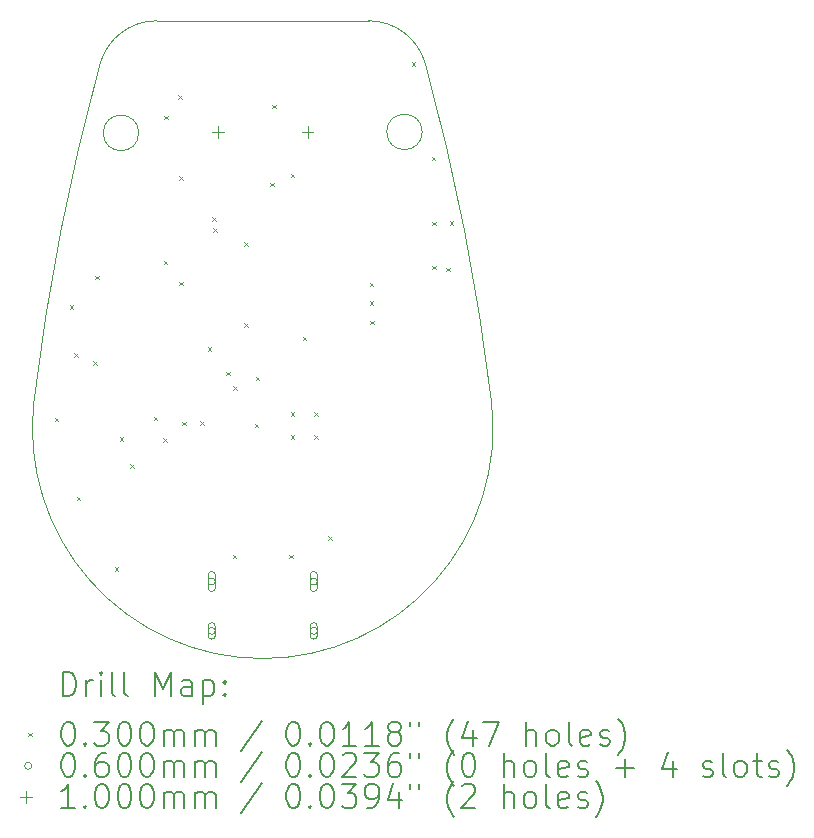
<source format=gbr>
%TF.GenerationSoftware,KiCad,Pcbnew,8.0.4*%
%TF.CreationDate,2024-08-11T09:47:10+05:30*%
%TF.ProjectId,Wrkshp_PCB_test,57726b73-6870-45f5-9043-425f74657374,rev?*%
%TF.SameCoordinates,Original*%
%TF.FileFunction,Drillmap*%
%TF.FilePolarity,Positive*%
%FSLAX45Y45*%
G04 Gerber Fmt 4.5, Leading zero omitted, Abs format (unit mm)*
G04 Created by KiCad (PCBNEW 8.0.4) date 2024-08-11 09:47:10*
%MOMM*%
%LPD*%
G01*
G04 APERTURE LIST*
%ADD10C,0.100000*%
%ADD11C,0.200000*%
G04 APERTURE END LIST*
D10*
X15696025Y-6884256D02*
G75*
G02*
X16254040Y-9733505I-19001131J-5200569D01*
G01*
X16254040Y-9733505D02*
G75*
G02*
X12381920Y-9733505I-1936060J-232745D01*
G01*
X13267980Y-7466250D02*
G75*
G02*
X12967980Y-7466250I-150000J0D01*
G01*
X12967980Y-7466250D02*
G75*
G02*
X13267980Y-7466250I150000J0D01*
G01*
X15213762Y-6516250D02*
G75*
G02*
X15696023Y-6884256I-2J-500000D01*
G01*
X15213762Y-6516250D02*
X13422198Y-6516250D01*
X15667980Y-7457500D02*
G75*
G02*
X15367980Y-7457500I-150000J0D01*
G01*
X15367980Y-7457500D02*
G75*
G02*
X15667980Y-7457500I150000J0D01*
G01*
X12939935Y-6884256D02*
G75*
G02*
X13422198Y-6516248I482265J-131994D01*
G01*
X12381920Y-9733505D02*
G75*
G02*
X12939934Y-6884255I19559150J-2351315D01*
G01*
D11*
D10*
X12555369Y-9878850D02*
X12585369Y-9908850D01*
X12585369Y-9878850D02*
X12555369Y-9908850D01*
X12682460Y-8925800D02*
X12712460Y-8955800D01*
X12712460Y-8925800D02*
X12682460Y-8955800D01*
X12723100Y-9329660D02*
X12753100Y-9359660D01*
X12753100Y-9329660D02*
X12723100Y-9359660D01*
X12743420Y-10546320D02*
X12773420Y-10576320D01*
X12773420Y-10546320D02*
X12743420Y-10576320D01*
X12883120Y-9400780D02*
X12913120Y-9430780D01*
X12913120Y-9400780D02*
X12883120Y-9430780D01*
X12900900Y-8676880D02*
X12930900Y-8706880D01*
X12930900Y-8676880D02*
X12900900Y-8706880D01*
X13063460Y-11143220D02*
X13093460Y-11173220D01*
X13093460Y-11143220D02*
X13063460Y-11173220D01*
X13109180Y-10040860D02*
X13139180Y-10070860D01*
X13139180Y-10040860D02*
X13109180Y-10070860D01*
X13198080Y-10272000D02*
X13228080Y-10302000D01*
X13228080Y-10272000D02*
X13198080Y-10302000D01*
X13396200Y-9870680D02*
X13426200Y-9900680D01*
X13426200Y-9870680D02*
X13396200Y-9900680D01*
X13474940Y-10051020D02*
X13504940Y-10081020D01*
X13504940Y-10051020D02*
X13474940Y-10081020D01*
X13480020Y-8547340D02*
X13510020Y-8577340D01*
X13510020Y-8547340D02*
X13480020Y-8577340D01*
X13482560Y-7320520D02*
X13512560Y-7350520D01*
X13512560Y-7320520D02*
X13482560Y-7350520D01*
X13604480Y-7147800D02*
X13634480Y-7177800D01*
X13634480Y-7147800D02*
X13604480Y-7177800D01*
X13612100Y-7833600D02*
X13642100Y-7863600D01*
X13642100Y-7833600D02*
X13612100Y-7863600D01*
X13612100Y-8727680D02*
X13642100Y-8757680D01*
X13642100Y-8727680D02*
X13612100Y-8757680D01*
X13637500Y-9911320D02*
X13667500Y-9941320D01*
X13667500Y-9911320D02*
X13637500Y-9941320D01*
X13787360Y-9906240D02*
X13817360Y-9936240D01*
X13817360Y-9906240D02*
X13787360Y-9936240D01*
X13850860Y-9281400D02*
X13880860Y-9311400D01*
X13880860Y-9281400D02*
X13850860Y-9311400D01*
X13888960Y-8181580D02*
X13918960Y-8211580D01*
X13918960Y-8181580D02*
X13888960Y-8211580D01*
X13899120Y-8273020D02*
X13929120Y-8303020D01*
X13929120Y-8273020D02*
X13899120Y-8303020D01*
X14008340Y-9487140D02*
X14038340Y-9517140D01*
X14038340Y-9487140D02*
X14008340Y-9517140D01*
X14064220Y-11036540D02*
X14094220Y-11066540D01*
X14094220Y-11036540D02*
X14064220Y-11066540D01*
X14066760Y-9609060D02*
X14096760Y-9639060D01*
X14096760Y-9609060D02*
X14066760Y-9639060D01*
X14160740Y-8389860D02*
X14190740Y-8419860D01*
X14190740Y-8389860D02*
X14160740Y-8419860D01*
X14160740Y-9078200D02*
X14190740Y-9108200D01*
X14190740Y-9078200D02*
X14160740Y-9108200D01*
X14249640Y-9926560D02*
X14279640Y-9956560D01*
X14279640Y-9926560D02*
X14249640Y-9956560D01*
X14259800Y-9530320D02*
X14289800Y-9560320D01*
X14289800Y-9530320D02*
X14259800Y-9560320D01*
X14381720Y-7889480D02*
X14411720Y-7919480D01*
X14411720Y-7889480D02*
X14381720Y-7919480D01*
X14396960Y-7226540D02*
X14426960Y-7256540D01*
X14426960Y-7226540D02*
X14396960Y-7256540D01*
X14541740Y-11036540D02*
X14571740Y-11066540D01*
X14571740Y-11036540D02*
X14541740Y-11066540D01*
X14556980Y-7810740D02*
X14586980Y-7840740D01*
X14586980Y-7810740D02*
X14556980Y-7840740D01*
X14556980Y-9832580D02*
X14586980Y-9862580D01*
X14586980Y-9832580D02*
X14556980Y-9862580D01*
X14556980Y-10025620D02*
X14586980Y-10055620D01*
X14586980Y-10025620D02*
X14556980Y-10055620D01*
X14656040Y-9192500D02*
X14686040Y-9222500D01*
X14686040Y-9192500D02*
X14656040Y-9222500D01*
X14752560Y-10025620D02*
X14782560Y-10055620D01*
X14782560Y-10025620D02*
X14752560Y-10055620D01*
X14755100Y-9832580D02*
X14785100Y-9862580D01*
X14785100Y-9832580D02*
X14755100Y-9862580D01*
X14871940Y-10881600D02*
X14901940Y-10911600D01*
X14901940Y-10881600D02*
X14871940Y-10911600D01*
X15222460Y-8732760D02*
X15252460Y-8762760D01*
X15252460Y-8732760D02*
X15222460Y-8762760D01*
X15222460Y-8892780D02*
X15252460Y-8922780D01*
X15252460Y-8892780D02*
X15222460Y-8922780D01*
X15230080Y-9057880D02*
X15260080Y-9087880D01*
X15260080Y-9057880D02*
X15230080Y-9087880D01*
X15580600Y-6868400D02*
X15610600Y-6898400D01*
X15610600Y-6868400D02*
X15580600Y-6898400D01*
X15748240Y-7668500D02*
X15778240Y-7698500D01*
X15778240Y-7668500D02*
X15748240Y-7698500D01*
X15753320Y-8219680D02*
X15783320Y-8249680D01*
X15783320Y-8219680D02*
X15753320Y-8249680D01*
X15753320Y-8590520D02*
X15783320Y-8620520D01*
X15783320Y-8590520D02*
X15753320Y-8620520D01*
X15870160Y-8608300D02*
X15900160Y-8638300D01*
X15900160Y-8608300D02*
X15870160Y-8638300D01*
X15900640Y-8212060D02*
X15930640Y-8242060D01*
X15930640Y-8212060D02*
X15900640Y-8242060D01*
X13915980Y-11264280D02*
G75*
G02*
X13855980Y-11264280I-30000J0D01*
G01*
X13855980Y-11264280D02*
G75*
G02*
X13915980Y-11264280I30000J0D01*
G01*
X13855980Y-11209280D02*
X13855980Y-11319280D01*
X13915980Y-11319280D02*
G75*
G02*
X13855980Y-11319280I-30000J0D01*
G01*
X13915980Y-11319280D02*
X13915980Y-11209280D01*
X13915980Y-11209280D02*
G75*
G03*
X13855980Y-11209280I-30000J0D01*
G01*
X13915980Y-11682280D02*
G75*
G02*
X13855980Y-11682280I-30000J0D01*
G01*
X13855980Y-11682280D02*
G75*
G02*
X13915980Y-11682280I30000J0D01*
G01*
X13855980Y-11642280D02*
X13855980Y-11722280D01*
X13915980Y-11722280D02*
G75*
G02*
X13855980Y-11722280I-30000J0D01*
G01*
X13915980Y-11722280D02*
X13915980Y-11642280D01*
X13915980Y-11642280D02*
G75*
G03*
X13855980Y-11642280I-30000J0D01*
G01*
X14779980Y-11264280D02*
G75*
G02*
X14719980Y-11264280I-30000J0D01*
G01*
X14719980Y-11264280D02*
G75*
G02*
X14779980Y-11264280I30000J0D01*
G01*
X14719980Y-11209280D02*
X14719980Y-11319280D01*
X14779980Y-11319280D02*
G75*
G02*
X14719980Y-11319280I-30000J0D01*
G01*
X14779980Y-11319280D02*
X14779980Y-11209280D01*
X14779980Y-11209280D02*
G75*
G03*
X14719980Y-11209280I-30000J0D01*
G01*
X14779980Y-11682280D02*
G75*
G02*
X14719980Y-11682280I-30000J0D01*
G01*
X14719980Y-11682280D02*
G75*
G02*
X14779980Y-11682280I30000J0D01*
G01*
X14719980Y-11642280D02*
X14719980Y-11722280D01*
X14779980Y-11722280D02*
G75*
G02*
X14719980Y-11722280I-30000J0D01*
G01*
X14779980Y-11722280D02*
X14779980Y-11642280D01*
X14779980Y-11642280D02*
G75*
G03*
X14719980Y-11642280I-30000J0D01*
G01*
X13937980Y-7407500D02*
X13937980Y-7507500D01*
X13887980Y-7457500D02*
X13987980Y-7457500D01*
X14697980Y-7407500D02*
X14697980Y-7507500D01*
X14647980Y-7457500D02*
X14747980Y-7457500D01*
D11*
X12623757Y-12232734D02*
X12623757Y-12032734D01*
X12623757Y-12032734D02*
X12671376Y-12032734D01*
X12671376Y-12032734D02*
X12699947Y-12042258D01*
X12699947Y-12042258D02*
X12718995Y-12061305D01*
X12718995Y-12061305D02*
X12728519Y-12080353D01*
X12728519Y-12080353D02*
X12738042Y-12118448D01*
X12738042Y-12118448D02*
X12738042Y-12147019D01*
X12738042Y-12147019D02*
X12728519Y-12185115D01*
X12728519Y-12185115D02*
X12718995Y-12204162D01*
X12718995Y-12204162D02*
X12699947Y-12223210D01*
X12699947Y-12223210D02*
X12671376Y-12232734D01*
X12671376Y-12232734D02*
X12623757Y-12232734D01*
X12823757Y-12232734D02*
X12823757Y-12099400D01*
X12823757Y-12137496D02*
X12833281Y-12118448D01*
X12833281Y-12118448D02*
X12842804Y-12108924D01*
X12842804Y-12108924D02*
X12861852Y-12099400D01*
X12861852Y-12099400D02*
X12880900Y-12099400D01*
X12947566Y-12232734D02*
X12947566Y-12099400D01*
X12947566Y-12032734D02*
X12938042Y-12042258D01*
X12938042Y-12042258D02*
X12947566Y-12051781D01*
X12947566Y-12051781D02*
X12957090Y-12042258D01*
X12957090Y-12042258D02*
X12947566Y-12032734D01*
X12947566Y-12032734D02*
X12947566Y-12051781D01*
X13071376Y-12232734D02*
X13052328Y-12223210D01*
X13052328Y-12223210D02*
X13042804Y-12204162D01*
X13042804Y-12204162D02*
X13042804Y-12032734D01*
X13176138Y-12232734D02*
X13157090Y-12223210D01*
X13157090Y-12223210D02*
X13147566Y-12204162D01*
X13147566Y-12204162D02*
X13147566Y-12032734D01*
X13404709Y-12232734D02*
X13404709Y-12032734D01*
X13404709Y-12032734D02*
X13471376Y-12175591D01*
X13471376Y-12175591D02*
X13538042Y-12032734D01*
X13538042Y-12032734D02*
X13538042Y-12232734D01*
X13718995Y-12232734D02*
X13718995Y-12127972D01*
X13718995Y-12127972D02*
X13709471Y-12108924D01*
X13709471Y-12108924D02*
X13690423Y-12099400D01*
X13690423Y-12099400D02*
X13652328Y-12099400D01*
X13652328Y-12099400D02*
X13633281Y-12108924D01*
X13718995Y-12223210D02*
X13699947Y-12232734D01*
X13699947Y-12232734D02*
X13652328Y-12232734D01*
X13652328Y-12232734D02*
X13633281Y-12223210D01*
X13633281Y-12223210D02*
X13623757Y-12204162D01*
X13623757Y-12204162D02*
X13623757Y-12185115D01*
X13623757Y-12185115D02*
X13633281Y-12166067D01*
X13633281Y-12166067D02*
X13652328Y-12156543D01*
X13652328Y-12156543D02*
X13699947Y-12156543D01*
X13699947Y-12156543D02*
X13718995Y-12147019D01*
X13814233Y-12099400D02*
X13814233Y-12299400D01*
X13814233Y-12108924D02*
X13833281Y-12099400D01*
X13833281Y-12099400D02*
X13871376Y-12099400D01*
X13871376Y-12099400D02*
X13890423Y-12108924D01*
X13890423Y-12108924D02*
X13899947Y-12118448D01*
X13899947Y-12118448D02*
X13909471Y-12137496D01*
X13909471Y-12137496D02*
X13909471Y-12194638D01*
X13909471Y-12194638D02*
X13899947Y-12213686D01*
X13899947Y-12213686D02*
X13890423Y-12223210D01*
X13890423Y-12223210D02*
X13871376Y-12232734D01*
X13871376Y-12232734D02*
X13833281Y-12232734D01*
X13833281Y-12232734D02*
X13814233Y-12223210D01*
X13995185Y-12213686D02*
X14004709Y-12223210D01*
X14004709Y-12223210D02*
X13995185Y-12232734D01*
X13995185Y-12232734D02*
X13985662Y-12223210D01*
X13985662Y-12223210D02*
X13995185Y-12213686D01*
X13995185Y-12213686D02*
X13995185Y-12232734D01*
X13995185Y-12108924D02*
X14004709Y-12118448D01*
X14004709Y-12118448D02*
X13995185Y-12127972D01*
X13995185Y-12127972D02*
X13985662Y-12118448D01*
X13985662Y-12118448D02*
X13995185Y-12108924D01*
X13995185Y-12108924D02*
X13995185Y-12127972D01*
D10*
X12332980Y-12546250D02*
X12362980Y-12576250D01*
X12362980Y-12546250D02*
X12332980Y-12576250D01*
D11*
X12661852Y-12452734D02*
X12680900Y-12452734D01*
X12680900Y-12452734D02*
X12699947Y-12462258D01*
X12699947Y-12462258D02*
X12709471Y-12471781D01*
X12709471Y-12471781D02*
X12718995Y-12490829D01*
X12718995Y-12490829D02*
X12728519Y-12528924D01*
X12728519Y-12528924D02*
X12728519Y-12576543D01*
X12728519Y-12576543D02*
X12718995Y-12614638D01*
X12718995Y-12614638D02*
X12709471Y-12633686D01*
X12709471Y-12633686D02*
X12699947Y-12643210D01*
X12699947Y-12643210D02*
X12680900Y-12652734D01*
X12680900Y-12652734D02*
X12661852Y-12652734D01*
X12661852Y-12652734D02*
X12642804Y-12643210D01*
X12642804Y-12643210D02*
X12633281Y-12633686D01*
X12633281Y-12633686D02*
X12623757Y-12614638D01*
X12623757Y-12614638D02*
X12614233Y-12576543D01*
X12614233Y-12576543D02*
X12614233Y-12528924D01*
X12614233Y-12528924D02*
X12623757Y-12490829D01*
X12623757Y-12490829D02*
X12633281Y-12471781D01*
X12633281Y-12471781D02*
X12642804Y-12462258D01*
X12642804Y-12462258D02*
X12661852Y-12452734D01*
X12814233Y-12633686D02*
X12823757Y-12643210D01*
X12823757Y-12643210D02*
X12814233Y-12652734D01*
X12814233Y-12652734D02*
X12804709Y-12643210D01*
X12804709Y-12643210D02*
X12814233Y-12633686D01*
X12814233Y-12633686D02*
X12814233Y-12652734D01*
X12890423Y-12452734D02*
X13014233Y-12452734D01*
X13014233Y-12452734D02*
X12947566Y-12528924D01*
X12947566Y-12528924D02*
X12976138Y-12528924D01*
X12976138Y-12528924D02*
X12995185Y-12538448D01*
X12995185Y-12538448D02*
X13004709Y-12547972D01*
X13004709Y-12547972D02*
X13014233Y-12567019D01*
X13014233Y-12567019D02*
X13014233Y-12614638D01*
X13014233Y-12614638D02*
X13004709Y-12633686D01*
X13004709Y-12633686D02*
X12995185Y-12643210D01*
X12995185Y-12643210D02*
X12976138Y-12652734D01*
X12976138Y-12652734D02*
X12918995Y-12652734D01*
X12918995Y-12652734D02*
X12899947Y-12643210D01*
X12899947Y-12643210D02*
X12890423Y-12633686D01*
X13138042Y-12452734D02*
X13157090Y-12452734D01*
X13157090Y-12452734D02*
X13176138Y-12462258D01*
X13176138Y-12462258D02*
X13185662Y-12471781D01*
X13185662Y-12471781D02*
X13195185Y-12490829D01*
X13195185Y-12490829D02*
X13204709Y-12528924D01*
X13204709Y-12528924D02*
X13204709Y-12576543D01*
X13204709Y-12576543D02*
X13195185Y-12614638D01*
X13195185Y-12614638D02*
X13185662Y-12633686D01*
X13185662Y-12633686D02*
X13176138Y-12643210D01*
X13176138Y-12643210D02*
X13157090Y-12652734D01*
X13157090Y-12652734D02*
X13138042Y-12652734D01*
X13138042Y-12652734D02*
X13118995Y-12643210D01*
X13118995Y-12643210D02*
X13109471Y-12633686D01*
X13109471Y-12633686D02*
X13099947Y-12614638D01*
X13099947Y-12614638D02*
X13090423Y-12576543D01*
X13090423Y-12576543D02*
X13090423Y-12528924D01*
X13090423Y-12528924D02*
X13099947Y-12490829D01*
X13099947Y-12490829D02*
X13109471Y-12471781D01*
X13109471Y-12471781D02*
X13118995Y-12462258D01*
X13118995Y-12462258D02*
X13138042Y-12452734D01*
X13328519Y-12452734D02*
X13347566Y-12452734D01*
X13347566Y-12452734D02*
X13366614Y-12462258D01*
X13366614Y-12462258D02*
X13376138Y-12471781D01*
X13376138Y-12471781D02*
X13385662Y-12490829D01*
X13385662Y-12490829D02*
X13395185Y-12528924D01*
X13395185Y-12528924D02*
X13395185Y-12576543D01*
X13395185Y-12576543D02*
X13385662Y-12614638D01*
X13385662Y-12614638D02*
X13376138Y-12633686D01*
X13376138Y-12633686D02*
X13366614Y-12643210D01*
X13366614Y-12643210D02*
X13347566Y-12652734D01*
X13347566Y-12652734D02*
X13328519Y-12652734D01*
X13328519Y-12652734D02*
X13309471Y-12643210D01*
X13309471Y-12643210D02*
X13299947Y-12633686D01*
X13299947Y-12633686D02*
X13290423Y-12614638D01*
X13290423Y-12614638D02*
X13280900Y-12576543D01*
X13280900Y-12576543D02*
X13280900Y-12528924D01*
X13280900Y-12528924D02*
X13290423Y-12490829D01*
X13290423Y-12490829D02*
X13299947Y-12471781D01*
X13299947Y-12471781D02*
X13309471Y-12462258D01*
X13309471Y-12462258D02*
X13328519Y-12452734D01*
X13480900Y-12652734D02*
X13480900Y-12519400D01*
X13480900Y-12538448D02*
X13490423Y-12528924D01*
X13490423Y-12528924D02*
X13509471Y-12519400D01*
X13509471Y-12519400D02*
X13538043Y-12519400D01*
X13538043Y-12519400D02*
X13557090Y-12528924D01*
X13557090Y-12528924D02*
X13566614Y-12547972D01*
X13566614Y-12547972D02*
X13566614Y-12652734D01*
X13566614Y-12547972D02*
X13576138Y-12528924D01*
X13576138Y-12528924D02*
X13595185Y-12519400D01*
X13595185Y-12519400D02*
X13623757Y-12519400D01*
X13623757Y-12519400D02*
X13642804Y-12528924D01*
X13642804Y-12528924D02*
X13652328Y-12547972D01*
X13652328Y-12547972D02*
X13652328Y-12652734D01*
X13747566Y-12652734D02*
X13747566Y-12519400D01*
X13747566Y-12538448D02*
X13757090Y-12528924D01*
X13757090Y-12528924D02*
X13776138Y-12519400D01*
X13776138Y-12519400D02*
X13804709Y-12519400D01*
X13804709Y-12519400D02*
X13823757Y-12528924D01*
X13823757Y-12528924D02*
X13833281Y-12547972D01*
X13833281Y-12547972D02*
X13833281Y-12652734D01*
X13833281Y-12547972D02*
X13842804Y-12528924D01*
X13842804Y-12528924D02*
X13861852Y-12519400D01*
X13861852Y-12519400D02*
X13890423Y-12519400D01*
X13890423Y-12519400D02*
X13909471Y-12528924D01*
X13909471Y-12528924D02*
X13918995Y-12547972D01*
X13918995Y-12547972D02*
X13918995Y-12652734D01*
X14309471Y-12443210D02*
X14138043Y-12700353D01*
X14566614Y-12452734D02*
X14585662Y-12452734D01*
X14585662Y-12452734D02*
X14604709Y-12462258D01*
X14604709Y-12462258D02*
X14614233Y-12471781D01*
X14614233Y-12471781D02*
X14623757Y-12490829D01*
X14623757Y-12490829D02*
X14633281Y-12528924D01*
X14633281Y-12528924D02*
X14633281Y-12576543D01*
X14633281Y-12576543D02*
X14623757Y-12614638D01*
X14623757Y-12614638D02*
X14614233Y-12633686D01*
X14614233Y-12633686D02*
X14604709Y-12643210D01*
X14604709Y-12643210D02*
X14585662Y-12652734D01*
X14585662Y-12652734D02*
X14566614Y-12652734D01*
X14566614Y-12652734D02*
X14547566Y-12643210D01*
X14547566Y-12643210D02*
X14538043Y-12633686D01*
X14538043Y-12633686D02*
X14528519Y-12614638D01*
X14528519Y-12614638D02*
X14518995Y-12576543D01*
X14518995Y-12576543D02*
X14518995Y-12528924D01*
X14518995Y-12528924D02*
X14528519Y-12490829D01*
X14528519Y-12490829D02*
X14538043Y-12471781D01*
X14538043Y-12471781D02*
X14547566Y-12462258D01*
X14547566Y-12462258D02*
X14566614Y-12452734D01*
X14718995Y-12633686D02*
X14728519Y-12643210D01*
X14728519Y-12643210D02*
X14718995Y-12652734D01*
X14718995Y-12652734D02*
X14709471Y-12643210D01*
X14709471Y-12643210D02*
X14718995Y-12633686D01*
X14718995Y-12633686D02*
X14718995Y-12652734D01*
X14852328Y-12452734D02*
X14871376Y-12452734D01*
X14871376Y-12452734D02*
X14890424Y-12462258D01*
X14890424Y-12462258D02*
X14899947Y-12471781D01*
X14899947Y-12471781D02*
X14909471Y-12490829D01*
X14909471Y-12490829D02*
X14918995Y-12528924D01*
X14918995Y-12528924D02*
X14918995Y-12576543D01*
X14918995Y-12576543D02*
X14909471Y-12614638D01*
X14909471Y-12614638D02*
X14899947Y-12633686D01*
X14899947Y-12633686D02*
X14890424Y-12643210D01*
X14890424Y-12643210D02*
X14871376Y-12652734D01*
X14871376Y-12652734D02*
X14852328Y-12652734D01*
X14852328Y-12652734D02*
X14833281Y-12643210D01*
X14833281Y-12643210D02*
X14823757Y-12633686D01*
X14823757Y-12633686D02*
X14814233Y-12614638D01*
X14814233Y-12614638D02*
X14804709Y-12576543D01*
X14804709Y-12576543D02*
X14804709Y-12528924D01*
X14804709Y-12528924D02*
X14814233Y-12490829D01*
X14814233Y-12490829D02*
X14823757Y-12471781D01*
X14823757Y-12471781D02*
X14833281Y-12462258D01*
X14833281Y-12462258D02*
X14852328Y-12452734D01*
X15109471Y-12652734D02*
X14995186Y-12652734D01*
X15052328Y-12652734D02*
X15052328Y-12452734D01*
X15052328Y-12452734D02*
X15033281Y-12481305D01*
X15033281Y-12481305D02*
X15014233Y-12500353D01*
X15014233Y-12500353D02*
X14995186Y-12509877D01*
X15299947Y-12652734D02*
X15185662Y-12652734D01*
X15242805Y-12652734D02*
X15242805Y-12452734D01*
X15242805Y-12452734D02*
X15223757Y-12481305D01*
X15223757Y-12481305D02*
X15204709Y-12500353D01*
X15204709Y-12500353D02*
X15185662Y-12509877D01*
X15414233Y-12538448D02*
X15395186Y-12528924D01*
X15395186Y-12528924D02*
X15385662Y-12519400D01*
X15385662Y-12519400D02*
X15376138Y-12500353D01*
X15376138Y-12500353D02*
X15376138Y-12490829D01*
X15376138Y-12490829D02*
X15385662Y-12471781D01*
X15385662Y-12471781D02*
X15395186Y-12462258D01*
X15395186Y-12462258D02*
X15414233Y-12452734D01*
X15414233Y-12452734D02*
X15452328Y-12452734D01*
X15452328Y-12452734D02*
X15471376Y-12462258D01*
X15471376Y-12462258D02*
X15480900Y-12471781D01*
X15480900Y-12471781D02*
X15490424Y-12490829D01*
X15490424Y-12490829D02*
X15490424Y-12500353D01*
X15490424Y-12500353D02*
X15480900Y-12519400D01*
X15480900Y-12519400D02*
X15471376Y-12528924D01*
X15471376Y-12528924D02*
X15452328Y-12538448D01*
X15452328Y-12538448D02*
X15414233Y-12538448D01*
X15414233Y-12538448D02*
X15395186Y-12547972D01*
X15395186Y-12547972D02*
X15385662Y-12557496D01*
X15385662Y-12557496D02*
X15376138Y-12576543D01*
X15376138Y-12576543D02*
X15376138Y-12614638D01*
X15376138Y-12614638D02*
X15385662Y-12633686D01*
X15385662Y-12633686D02*
X15395186Y-12643210D01*
X15395186Y-12643210D02*
X15414233Y-12652734D01*
X15414233Y-12652734D02*
X15452328Y-12652734D01*
X15452328Y-12652734D02*
X15471376Y-12643210D01*
X15471376Y-12643210D02*
X15480900Y-12633686D01*
X15480900Y-12633686D02*
X15490424Y-12614638D01*
X15490424Y-12614638D02*
X15490424Y-12576543D01*
X15490424Y-12576543D02*
X15480900Y-12557496D01*
X15480900Y-12557496D02*
X15471376Y-12547972D01*
X15471376Y-12547972D02*
X15452328Y-12538448D01*
X15566614Y-12452734D02*
X15566614Y-12490829D01*
X15642805Y-12452734D02*
X15642805Y-12490829D01*
X15938043Y-12728924D02*
X15928519Y-12719400D01*
X15928519Y-12719400D02*
X15909471Y-12690829D01*
X15909471Y-12690829D02*
X15899948Y-12671781D01*
X15899948Y-12671781D02*
X15890424Y-12643210D01*
X15890424Y-12643210D02*
X15880900Y-12595591D01*
X15880900Y-12595591D02*
X15880900Y-12557496D01*
X15880900Y-12557496D02*
X15890424Y-12509877D01*
X15890424Y-12509877D02*
X15899948Y-12481305D01*
X15899948Y-12481305D02*
X15909471Y-12462258D01*
X15909471Y-12462258D02*
X15928519Y-12433686D01*
X15928519Y-12433686D02*
X15938043Y-12424162D01*
X16099948Y-12519400D02*
X16099948Y-12652734D01*
X16052328Y-12443210D02*
X16004709Y-12586067D01*
X16004709Y-12586067D02*
X16128519Y-12586067D01*
X16185662Y-12452734D02*
X16318995Y-12452734D01*
X16318995Y-12452734D02*
X16233281Y-12652734D01*
X16547567Y-12652734D02*
X16547567Y-12452734D01*
X16633281Y-12652734D02*
X16633281Y-12547972D01*
X16633281Y-12547972D02*
X16623757Y-12528924D01*
X16623757Y-12528924D02*
X16604710Y-12519400D01*
X16604710Y-12519400D02*
X16576138Y-12519400D01*
X16576138Y-12519400D02*
X16557090Y-12528924D01*
X16557090Y-12528924D02*
X16547567Y-12538448D01*
X16757090Y-12652734D02*
X16738043Y-12643210D01*
X16738043Y-12643210D02*
X16728519Y-12633686D01*
X16728519Y-12633686D02*
X16718995Y-12614638D01*
X16718995Y-12614638D02*
X16718995Y-12557496D01*
X16718995Y-12557496D02*
X16728519Y-12538448D01*
X16728519Y-12538448D02*
X16738043Y-12528924D01*
X16738043Y-12528924D02*
X16757090Y-12519400D01*
X16757090Y-12519400D02*
X16785662Y-12519400D01*
X16785662Y-12519400D02*
X16804710Y-12528924D01*
X16804710Y-12528924D02*
X16814233Y-12538448D01*
X16814233Y-12538448D02*
X16823757Y-12557496D01*
X16823757Y-12557496D02*
X16823757Y-12614638D01*
X16823757Y-12614638D02*
X16814233Y-12633686D01*
X16814233Y-12633686D02*
X16804710Y-12643210D01*
X16804710Y-12643210D02*
X16785662Y-12652734D01*
X16785662Y-12652734D02*
X16757090Y-12652734D01*
X16938043Y-12652734D02*
X16918995Y-12643210D01*
X16918995Y-12643210D02*
X16909472Y-12624162D01*
X16909472Y-12624162D02*
X16909472Y-12452734D01*
X17090424Y-12643210D02*
X17071376Y-12652734D01*
X17071376Y-12652734D02*
X17033281Y-12652734D01*
X17033281Y-12652734D02*
X17014233Y-12643210D01*
X17014233Y-12643210D02*
X17004710Y-12624162D01*
X17004710Y-12624162D02*
X17004710Y-12547972D01*
X17004710Y-12547972D02*
X17014233Y-12528924D01*
X17014233Y-12528924D02*
X17033281Y-12519400D01*
X17033281Y-12519400D02*
X17071376Y-12519400D01*
X17071376Y-12519400D02*
X17090424Y-12528924D01*
X17090424Y-12528924D02*
X17099948Y-12547972D01*
X17099948Y-12547972D02*
X17099948Y-12567019D01*
X17099948Y-12567019D02*
X17004710Y-12586067D01*
X17176138Y-12643210D02*
X17195186Y-12652734D01*
X17195186Y-12652734D02*
X17233281Y-12652734D01*
X17233281Y-12652734D02*
X17252329Y-12643210D01*
X17252329Y-12643210D02*
X17261853Y-12624162D01*
X17261853Y-12624162D02*
X17261853Y-12614638D01*
X17261853Y-12614638D02*
X17252329Y-12595591D01*
X17252329Y-12595591D02*
X17233281Y-12586067D01*
X17233281Y-12586067D02*
X17204710Y-12586067D01*
X17204710Y-12586067D02*
X17185662Y-12576543D01*
X17185662Y-12576543D02*
X17176138Y-12557496D01*
X17176138Y-12557496D02*
X17176138Y-12547972D01*
X17176138Y-12547972D02*
X17185662Y-12528924D01*
X17185662Y-12528924D02*
X17204710Y-12519400D01*
X17204710Y-12519400D02*
X17233281Y-12519400D01*
X17233281Y-12519400D02*
X17252329Y-12528924D01*
X17328519Y-12728924D02*
X17338043Y-12719400D01*
X17338043Y-12719400D02*
X17357091Y-12690829D01*
X17357091Y-12690829D02*
X17366614Y-12671781D01*
X17366614Y-12671781D02*
X17376138Y-12643210D01*
X17376138Y-12643210D02*
X17385662Y-12595591D01*
X17385662Y-12595591D02*
X17385662Y-12557496D01*
X17385662Y-12557496D02*
X17376138Y-12509877D01*
X17376138Y-12509877D02*
X17366614Y-12481305D01*
X17366614Y-12481305D02*
X17357091Y-12462258D01*
X17357091Y-12462258D02*
X17338043Y-12433686D01*
X17338043Y-12433686D02*
X17328519Y-12424162D01*
D10*
X12362980Y-12825250D02*
G75*
G02*
X12302980Y-12825250I-30000J0D01*
G01*
X12302980Y-12825250D02*
G75*
G02*
X12362980Y-12825250I30000J0D01*
G01*
D11*
X12661852Y-12716734D02*
X12680900Y-12716734D01*
X12680900Y-12716734D02*
X12699947Y-12726258D01*
X12699947Y-12726258D02*
X12709471Y-12735781D01*
X12709471Y-12735781D02*
X12718995Y-12754829D01*
X12718995Y-12754829D02*
X12728519Y-12792924D01*
X12728519Y-12792924D02*
X12728519Y-12840543D01*
X12728519Y-12840543D02*
X12718995Y-12878638D01*
X12718995Y-12878638D02*
X12709471Y-12897686D01*
X12709471Y-12897686D02*
X12699947Y-12907210D01*
X12699947Y-12907210D02*
X12680900Y-12916734D01*
X12680900Y-12916734D02*
X12661852Y-12916734D01*
X12661852Y-12916734D02*
X12642804Y-12907210D01*
X12642804Y-12907210D02*
X12633281Y-12897686D01*
X12633281Y-12897686D02*
X12623757Y-12878638D01*
X12623757Y-12878638D02*
X12614233Y-12840543D01*
X12614233Y-12840543D02*
X12614233Y-12792924D01*
X12614233Y-12792924D02*
X12623757Y-12754829D01*
X12623757Y-12754829D02*
X12633281Y-12735781D01*
X12633281Y-12735781D02*
X12642804Y-12726258D01*
X12642804Y-12726258D02*
X12661852Y-12716734D01*
X12814233Y-12897686D02*
X12823757Y-12907210D01*
X12823757Y-12907210D02*
X12814233Y-12916734D01*
X12814233Y-12916734D02*
X12804709Y-12907210D01*
X12804709Y-12907210D02*
X12814233Y-12897686D01*
X12814233Y-12897686D02*
X12814233Y-12916734D01*
X12995185Y-12716734D02*
X12957090Y-12716734D01*
X12957090Y-12716734D02*
X12938042Y-12726258D01*
X12938042Y-12726258D02*
X12928519Y-12735781D01*
X12928519Y-12735781D02*
X12909471Y-12764353D01*
X12909471Y-12764353D02*
X12899947Y-12802448D01*
X12899947Y-12802448D02*
X12899947Y-12878638D01*
X12899947Y-12878638D02*
X12909471Y-12897686D01*
X12909471Y-12897686D02*
X12918995Y-12907210D01*
X12918995Y-12907210D02*
X12938042Y-12916734D01*
X12938042Y-12916734D02*
X12976138Y-12916734D01*
X12976138Y-12916734D02*
X12995185Y-12907210D01*
X12995185Y-12907210D02*
X13004709Y-12897686D01*
X13004709Y-12897686D02*
X13014233Y-12878638D01*
X13014233Y-12878638D02*
X13014233Y-12831019D01*
X13014233Y-12831019D02*
X13004709Y-12811972D01*
X13004709Y-12811972D02*
X12995185Y-12802448D01*
X12995185Y-12802448D02*
X12976138Y-12792924D01*
X12976138Y-12792924D02*
X12938042Y-12792924D01*
X12938042Y-12792924D02*
X12918995Y-12802448D01*
X12918995Y-12802448D02*
X12909471Y-12811972D01*
X12909471Y-12811972D02*
X12899947Y-12831019D01*
X13138042Y-12716734D02*
X13157090Y-12716734D01*
X13157090Y-12716734D02*
X13176138Y-12726258D01*
X13176138Y-12726258D02*
X13185662Y-12735781D01*
X13185662Y-12735781D02*
X13195185Y-12754829D01*
X13195185Y-12754829D02*
X13204709Y-12792924D01*
X13204709Y-12792924D02*
X13204709Y-12840543D01*
X13204709Y-12840543D02*
X13195185Y-12878638D01*
X13195185Y-12878638D02*
X13185662Y-12897686D01*
X13185662Y-12897686D02*
X13176138Y-12907210D01*
X13176138Y-12907210D02*
X13157090Y-12916734D01*
X13157090Y-12916734D02*
X13138042Y-12916734D01*
X13138042Y-12916734D02*
X13118995Y-12907210D01*
X13118995Y-12907210D02*
X13109471Y-12897686D01*
X13109471Y-12897686D02*
X13099947Y-12878638D01*
X13099947Y-12878638D02*
X13090423Y-12840543D01*
X13090423Y-12840543D02*
X13090423Y-12792924D01*
X13090423Y-12792924D02*
X13099947Y-12754829D01*
X13099947Y-12754829D02*
X13109471Y-12735781D01*
X13109471Y-12735781D02*
X13118995Y-12726258D01*
X13118995Y-12726258D02*
X13138042Y-12716734D01*
X13328519Y-12716734D02*
X13347566Y-12716734D01*
X13347566Y-12716734D02*
X13366614Y-12726258D01*
X13366614Y-12726258D02*
X13376138Y-12735781D01*
X13376138Y-12735781D02*
X13385662Y-12754829D01*
X13385662Y-12754829D02*
X13395185Y-12792924D01*
X13395185Y-12792924D02*
X13395185Y-12840543D01*
X13395185Y-12840543D02*
X13385662Y-12878638D01*
X13385662Y-12878638D02*
X13376138Y-12897686D01*
X13376138Y-12897686D02*
X13366614Y-12907210D01*
X13366614Y-12907210D02*
X13347566Y-12916734D01*
X13347566Y-12916734D02*
X13328519Y-12916734D01*
X13328519Y-12916734D02*
X13309471Y-12907210D01*
X13309471Y-12907210D02*
X13299947Y-12897686D01*
X13299947Y-12897686D02*
X13290423Y-12878638D01*
X13290423Y-12878638D02*
X13280900Y-12840543D01*
X13280900Y-12840543D02*
X13280900Y-12792924D01*
X13280900Y-12792924D02*
X13290423Y-12754829D01*
X13290423Y-12754829D02*
X13299947Y-12735781D01*
X13299947Y-12735781D02*
X13309471Y-12726258D01*
X13309471Y-12726258D02*
X13328519Y-12716734D01*
X13480900Y-12916734D02*
X13480900Y-12783400D01*
X13480900Y-12802448D02*
X13490423Y-12792924D01*
X13490423Y-12792924D02*
X13509471Y-12783400D01*
X13509471Y-12783400D02*
X13538043Y-12783400D01*
X13538043Y-12783400D02*
X13557090Y-12792924D01*
X13557090Y-12792924D02*
X13566614Y-12811972D01*
X13566614Y-12811972D02*
X13566614Y-12916734D01*
X13566614Y-12811972D02*
X13576138Y-12792924D01*
X13576138Y-12792924D02*
X13595185Y-12783400D01*
X13595185Y-12783400D02*
X13623757Y-12783400D01*
X13623757Y-12783400D02*
X13642804Y-12792924D01*
X13642804Y-12792924D02*
X13652328Y-12811972D01*
X13652328Y-12811972D02*
X13652328Y-12916734D01*
X13747566Y-12916734D02*
X13747566Y-12783400D01*
X13747566Y-12802448D02*
X13757090Y-12792924D01*
X13757090Y-12792924D02*
X13776138Y-12783400D01*
X13776138Y-12783400D02*
X13804709Y-12783400D01*
X13804709Y-12783400D02*
X13823757Y-12792924D01*
X13823757Y-12792924D02*
X13833281Y-12811972D01*
X13833281Y-12811972D02*
X13833281Y-12916734D01*
X13833281Y-12811972D02*
X13842804Y-12792924D01*
X13842804Y-12792924D02*
X13861852Y-12783400D01*
X13861852Y-12783400D02*
X13890423Y-12783400D01*
X13890423Y-12783400D02*
X13909471Y-12792924D01*
X13909471Y-12792924D02*
X13918995Y-12811972D01*
X13918995Y-12811972D02*
X13918995Y-12916734D01*
X14309471Y-12707210D02*
X14138043Y-12964353D01*
X14566614Y-12716734D02*
X14585662Y-12716734D01*
X14585662Y-12716734D02*
X14604709Y-12726258D01*
X14604709Y-12726258D02*
X14614233Y-12735781D01*
X14614233Y-12735781D02*
X14623757Y-12754829D01*
X14623757Y-12754829D02*
X14633281Y-12792924D01*
X14633281Y-12792924D02*
X14633281Y-12840543D01*
X14633281Y-12840543D02*
X14623757Y-12878638D01*
X14623757Y-12878638D02*
X14614233Y-12897686D01*
X14614233Y-12897686D02*
X14604709Y-12907210D01*
X14604709Y-12907210D02*
X14585662Y-12916734D01*
X14585662Y-12916734D02*
X14566614Y-12916734D01*
X14566614Y-12916734D02*
X14547566Y-12907210D01*
X14547566Y-12907210D02*
X14538043Y-12897686D01*
X14538043Y-12897686D02*
X14528519Y-12878638D01*
X14528519Y-12878638D02*
X14518995Y-12840543D01*
X14518995Y-12840543D02*
X14518995Y-12792924D01*
X14518995Y-12792924D02*
X14528519Y-12754829D01*
X14528519Y-12754829D02*
X14538043Y-12735781D01*
X14538043Y-12735781D02*
X14547566Y-12726258D01*
X14547566Y-12726258D02*
X14566614Y-12716734D01*
X14718995Y-12897686D02*
X14728519Y-12907210D01*
X14728519Y-12907210D02*
X14718995Y-12916734D01*
X14718995Y-12916734D02*
X14709471Y-12907210D01*
X14709471Y-12907210D02*
X14718995Y-12897686D01*
X14718995Y-12897686D02*
X14718995Y-12916734D01*
X14852328Y-12716734D02*
X14871376Y-12716734D01*
X14871376Y-12716734D02*
X14890424Y-12726258D01*
X14890424Y-12726258D02*
X14899947Y-12735781D01*
X14899947Y-12735781D02*
X14909471Y-12754829D01*
X14909471Y-12754829D02*
X14918995Y-12792924D01*
X14918995Y-12792924D02*
X14918995Y-12840543D01*
X14918995Y-12840543D02*
X14909471Y-12878638D01*
X14909471Y-12878638D02*
X14899947Y-12897686D01*
X14899947Y-12897686D02*
X14890424Y-12907210D01*
X14890424Y-12907210D02*
X14871376Y-12916734D01*
X14871376Y-12916734D02*
X14852328Y-12916734D01*
X14852328Y-12916734D02*
X14833281Y-12907210D01*
X14833281Y-12907210D02*
X14823757Y-12897686D01*
X14823757Y-12897686D02*
X14814233Y-12878638D01*
X14814233Y-12878638D02*
X14804709Y-12840543D01*
X14804709Y-12840543D02*
X14804709Y-12792924D01*
X14804709Y-12792924D02*
X14814233Y-12754829D01*
X14814233Y-12754829D02*
X14823757Y-12735781D01*
X14823757Y-12735781D02*
X14833281Y-12726258D01*
X14833281Y-12726258D02*
X14852328Y-12716734D01*
X14995186Y-12735781D02*
X15004709Y-12726258D01*
X15004709Y-12726258D02*
X15023757Y-12716734D01*
X15023757Y-12716734D02*
X15071376Y-12716734D01*
X15071376Y-12716734D02*
X15090424Y-12726258D01*
X15090424Y-12726258D02*
X15099947Y-12735781D01*
X15099947Y-12735781D02*
X15109471Y-12754829D01*
X15109471Y-12754829D02*
X15109471Y-12773877D01*
X15109471Y-12773877D02*
X15099947Y-12802448D01*
X15099947Y-12802448D02*
X14985662Y-12916734D01*
X14985662Y-12916734D02*
X15109471Y-12916734D01*
X15176138Y-12716734D02*
X15299947Y-12716734D01*
X15299947Y-12716734D02*
X15233281Y-12792924D01*
X15233281Y-12792924D02*
X15261852Y-12792924D01*
X15261852Y-12792924D02*
X15280900Y-12802448D01*
X15280900Y-12802448D02*
X15290424Y-12811972D01*
X15290424Y-12811972D02*
X15299947Y-12831019D01*
X15299947Y-12831019D02*
X15299947Y-12878638D01*
X15299947Y-12878638D02*
X15290424Y-12897686D01*
X15290424Y-12897686D02*
X15280900Y-12907210D01*
X15280900Y-12907210D02*
X15261852Y-12916734D01*
X15261852Y-12916734D02*
X15204709Y-12916734D01*
X15204709Y-12916734D02*
X15185662Y-12907210D01*
X15185662Y-12907210D02*
X15176138Y-12897686D01*
X15471376Y-12716734D02*
X15433281Y-12716734D01*
X15433281Y-12716734D02*
X15414233Y-12726258D01*
X15414233Y-12726258D02*
X15404709Y-12735781D01*
X15404709Y-12735781D02*
X15385662Y-12764353D01*
X15385662Y-12764353D02*
X15376138Y-12802448D01*
X15376138Y-12802448D02*
X15376138Y-12878638D01*
X15376138Y-12878638D02*
X15385662Y-12897686D01*
X15385662Y-12897686D02*
X15395186Y-12907210D01*
X15395186Y-12907210D02*
X15414233Y-12916734D01*
X15414233Y-12916734D02*
X15452328Y-12916734D01*
X15452328Y-12916734D02*
X15471376Y-12907210D01*
X15471376Y-12907210D02*
X15480900Y-12897686D01*
X15480900Y-12897686D02*
X15490424Y-12878638D01*
X15490424Y-12878638D02*
X15490424Y-12831019D01*
X15490424Y-12831019D02*
X15480900Y-12811972D01*
X15480900Y-12811972D02*
X15471376Y-12802448D01*
X15471376Y-12802448D02*
X15452328Y-12792924D01*
X15452328Y-12792924D02*
X15414233Y-12792924D01*
X15414233Y-12792924D02*
X15395186Y-12802448D01*
X15395186Y-12802448D02*
X15385662Y-12811972D01*
X15385662Y-12811972D02*
X15376138Y-12831019D01*
X15566614Y-12716734D02*
X15566614Y-12754829D01*
X15642805Y-12716734D02*
X15642805Y-12754829D01*
X15938043Y-12992924D02*
X15928519Y-12983400D01*
X15928519Y-12983400D02*
X15909471Y-12954829D01*
X15909471Y-12954829D02*
X15899948Y-12935781D01*
X15899948Y-12935781D02*
X15890424Y-12907210D01*
X15890424Y-12907210D02*
X15880900Y-12859591D01*
X15880900Y-12859591D02*
X15880900Y-12821496D01*
X15880900Y-12821496D02*
X15890424Y-12773877D01*
X15890424Y-12773877D02*
X15899948Y-12745305D01*
X15899948Y-12745305D02*
X15909471Y-12726258D01*
X15909471Y-12726258D02*
X15928519Y-12697686D01*
X15928519Y-12697686D02*
X15938043Y-12688162D01*
X16052328Y-12716734D02*
X16071376Y-12716734D01*
X16071376Y-12716734D02*
X16090424Y-12726258D01*
X16090424Y-12726258D02*
X16099948Y-12735781D01*
X16099948Y-12735781D02*
X16109471Y-12754829D01*
X16109471Y-12754829D02*
X16118995Y-12792924D01*
X16118995Y-12792924D02*
X16118995Y-12840543D01*
X16118995Y-12840543D02*
X16109471Y-12878638D01*
X16109471Y-12878638D02*
X16099948Y-12897686D01*
X16099948Y-12897686D02*
X16090424Y-12907210D01*
X16090424Y-12907210D02*
X16071376Y-12916734D01*
X16071376Y-12916734D02*
X16052328Y-12916734D01*
X16052328Y-12916734D02*
X16033281Y-12907210D01*
X16033281Y-12907210D02*
X16023757Y-12897686D01*
X16023757Y-12897686D02*
X16014233Y-12878638D01*
X16014233Y-12878638D02*
X16004709Y-12840543D01*
X16004709Y-12840543D02*
X16004709Y-12792924D01*
X16004709Y-12792924D02*
X16014233Y-12754829D01*
X16014233Y-12754829D02*
X16023757Y-12735781D01*
X16023757Y-12735781D02*
X16033281Y-12726258D01*
X16033281Y-12726258D02*
X16052328Y-12716734D01*
X16357090Y-12916734D02*
X16357090Y-12716734D01*
X16442805Y-12916734D02*
X16442805Y-12811972D01*
X16442805Y-12811972D02*
X16433281Y-12792924D01*
X16433281Y-12792924D02*
X16414233Y-12783400D01*
X16414233Y-12783400D02*
X16385662Y-12783400D01*
X16385662Y-12783400D02*
X16366614Y-12792924D01*
X16366614Y-12792924D02*
X16357090Y-12802448D01*
X16566614Y-12916734D02*
X16547567Y-12907210D01*
X16547567Y-12907210D02*
X16538043Y-12897686D01*
X16538043Y-12897686D02*
X16528519Y-12878638D01*
X16528519Y-12878638D02*
X16528519Y-12821496D01*
X16528519Y-12821496D02*
X16538043Y-12802448D01*
X16538043Y-12802448D02*
X16547567Y-12792924D01*
X16547567Y-12792924D02*
X16566614Y-12783400D01*
X16566614Y-12783400D02*
X16595186Y-12783400D01*
X16595186Y-12783400D02*
X16614233Y-12792924D01*
X16614233Y-12792924D02*
X16623757Y-12802448D01*
X16623757Y-12802448D02*
X16633281Y-12821496D01*
X16633281Y-12821496D02*
X16633281Y-12878638D01*
X16633281Y-12878638D02*
X16623757Y-12897686D01*
X16623757Y-12897686D02*
X16614233Y-12907210D01*
X16614233Y-12907210D02*
X16595186Y-12916734D01*
X16595186Y-12916734D02*
X16566614Y-12916734D01*
X16747567Y-12916734D02*
X16728519Y-12907210D01*
X16728519Y-12907210D02*
X16718995Y-12888162D01*
X16718995Y-12888162D02*
X16718995Y-12716734D01*
X16899948Y-12907210D02*
X16880900Y-12916734D01*
X16880900Y-12916734D02*
X16842805Y-12916734D01*
X16842805Y-12916734D02*
X16823757Y-12907210D01*
X16823757Y-12907210D02*
X16814233Y-12888162D01*
X16814233Y-12888162D02*
X16814233Y-12811972D01*
X16814233Y-12811972D02*
X16823757Y-12792924D01*
X16823757Y-12792924D02*
X16842805Y-12783400D01*
X16842805Y-12783400D02*
X16880900Y-12783400D01*
X16880900Y-12783400D02*
X16899948Y-12792924D01*
X16899948Y-12792924D02*
X16909472Y-12811972D01*
X16909472Y-12811972D02*
X16909472Y-12831019D01*
X16909472Y-12831019D02*
X16814233Y-12850067D01*
X16985662Y-12907210D02*
X17004710Y-12916734D01*
X17004710Y-12916734D02*
X17042805Y-12916734D01*
X17042805Y-12916734D02*
X17061853Y-12907210D01*
X17061853Y-12907210D02*
X17071376Y-12888162D01*
X17071376Y-12888162D02*
X17071376Y-12878638D01*
X17071376Y-12878638D02*
X17061853Y-12859591D01*
X17061853Y-12859591D02*
X17042805Y-12850067D01*
X17042805Y-12850067D02*
X17014233Y-12850067D01*
X17014233Y-12850067D02*
X16995186Y-12840543D01*
X16995186Y-12840543D02*
X16985662Y-12821496D01*
X16985662Y-12821496D02*
X16985662Y-12811972D01*
X16985662Y-12811972D02*
X16995186Y-12792924D01*
X16995186Y-12792924D02*
X17014233Y-12783400D01*
X17014233Y-12783400D02*
X17042805Y-12783400D01*
X17042805Y-12783400D02*
X17061853Y-12792924D01*
X17309472Y-12840543D02*
X17461853Y-12840543D01*
X17385662Y-12916734D02*
X17385662Y-12764353D01*
X17795186Y-12783400D02*
X17795186Y-12916734D01*
X17747567Y-12707210D02*
X17699948Y-12850067D01*
X17699948Y-12850067D02*
X17823757Y-12850067D01*
X18042805Y-12907210D02*
X18061853Y-12916734D01*
X18061853Y-12916734D02*
X18099948Y-12916734D01*
X18099948Y-12916734D02*
X18118996Y-12907210D01*
X18118996Y-12907210D02*
X18128519Y-12888162D01*
X18128519Y-12888162D02*
X18128519Y-12878638D01*
X18128519Y-12878638D02*
X18118996Y-12859591D01*
X18118996Y-12859591D02*
X18099948Y-12850067D01*
X18099948Y-12850067D02*
X18071376Y-12850067D01*
X18071376Y-12850067D02*
X18052329Y-12840543D01*
X18052329Y-12840543D02*
X18042805Y-12821496D01*
X18042805Y-12821496D02*
X18042805Y-12811972D01*
X18042805Y-12811972D02*
X18052329Y-12792924D01*
X18052329Y-12792924D02*
X18071376Y-12783400D01*
X18071376Y-12783400D02*
X18099948Y-12783400D01*
X18099948Y-12783400D02*
X18118996Y-12792924D01*
X18242805Y-12916734D02*
X18223757Y-12907210D01*
X18223757Y-12907210D02*
X18214234Y-12888162D01*
X18214234Y-12888162D02*
X18214234Y-12716734D01*
X18347567Y-12916734D02*
X18328519Y-12907210D01*
X18328519Y-12907210D02*
X18318996Y-12897686D01*
X18318996Y-12897686D02*
X18309472Y-12878638D01*
X18309472Y-12878638D02*
X18309472Y-12821496D01*
X18309472Y-12821496D02*
X18318996Y-12802448D01*
X18318996Y-12802448D02*
X18328519Y-12792924D01*
X18328519Y-12792924D02*
X18347567Y-12783400D01*
X18347567Y-12783400D02*
X18376138Y-12783400D01*
X18376138Y-12783400D02*
X18395186Y-12792924D01*
X18395186Y-12792924D02*
X18404710Y-12802448D01*
X18404710Y-12802448D02*
X18414234Y-12821496D01*
X18414234Y-12821496D02*
X18414234Y-12878638D01*
X18414234Y-12878638D02*
X18404710Y-12897686D01*
X18404710Y-12897686D02*
X18395186Y-12907210D01*
X18395186Y-12907210D02*
X18376138Y-12916734D01*
X18376138Y-12916734D02*
X18347567Y-12916734D01*
X18471377Y-12783400D02*
X18547567Y-12783400D01*
X18499948Y-12716734D02*
X18499948Y-12888162D01*
X18499948Y-12888162D02*
X18509472Y-12907210D01*
X18509472Y-12907210D02*
X18528519Y-12916734D01*
X18528519Y-12916734D02*
X18547567Y-12916734D01*
X18604710Y-12907210D02*
X18623757Y-12916734D01*
X18623757Y-12916734D02*
X18661853Y-12916734D01*
X18661853Y-12916734D02*
X18680900Y-12907210D01*
X18680900Y-12907210D02*
X18690424Y-12888162D01*
X18690424Y-12888162D02*
X18690424Y-12878638D01*
X18690424Y-12878638D02*
X18680900Y-12859591D01*
X18680900Y-12859591D02*
X18661853Y-12850067D01*
X18661853Y-12850067D02*
X18633281Y-12850067D01*
X18633281Y-12850067D02*
X18614234Y-12840543D01*
X18614234Y-12840543D02*
X18604710Y-12821496D01*
X18604710Y-12821496D02*
X18604710Y-12811972D01*
X18604710Y-12811972D02*
X18614234Y-12792924D01*
X18614234Y-12792924D02*
X18633281Y-12783400D01*
X18633281Y-12783400D02*
X18661853Y-12783400D01*
X18661853Y-12783400D02*
X18680900Y-12792924D01*
X18757091Y-12992924D02*
X18766615Y-12983400D01*
X18766615Y-12983400D02*
X18785662Y-12954829D01*
X18785662Y-12954829D02*
X18795186Y-12935781D01*
X18795186Y-12935781D02*
X18804710Y-12907210D01*
X18804710Y-12907210D02*
X18814234Y-12859591D01*
X18814234Y-12859591D02*
X18814234Y-12821496D01*
X18814234Y-12821496D02*
X18804710Y-12773877D01*
X18804710Y-12773877D02*
X18795186Y-12745305D01*
X18795186Y-12745305D02*
X18785662Y-12726258D01*
X18785662Y-12726258D02*
X18766615Y-12697686D01*
X18766615Y-12697686D02*
X18757091Y-12688162D01*
D10*
X12312980Y-13039250D02*
X12312980Y-13139250D01*
X12262980Y-13089250D02*
X12362980Y-13089250D01*
D11*
X12728519Y-13180734D02*
X12614233Y-13180734D01*
X12671376Y-13180734D02*
X12671376Y-12980734D01*
X12671376Y-12980734D02*
X12652328Y-13009305D01*
X12652328Y-13009305D02*
X12633281Y-13028353D01*
X12633281Y-13028353D02*
X12614233Y-13037877D01*
X12814233Y-13161686D02*
X12823757Y-13171210D01*
X12823757Y-13171210D02*
X12814233Y-13180734D01*
X12814233Y-13180734D02*
X12804709Y-13171210D01*
X12804709Y-13171210D02*
X12814233Y-13161686D01*
X12814233Y-13161686D02*
X12814233Y-13180734D01*
X12947566Y-12980734D02*
X12966614Y-12980734D01*
X12966614Y-12980734D02*
X12985662Y-12990258D01*
X12985662Y-12990258D02*
X12995185Y-12999781D01*
X12995185Y-12999781D02*
X13004709Y-13018829D01*
X13004709Y-13018829D02*
X13014233Y-13056924D01*
X13014233Y-13056924D02*
X13014233Y-13104543D01*
X13014233Y-13104543D02*
X13004709Y-13142638D01*
X13004709Y-13142638D02*
X12995185Y-13161686D01*
X12995185Y-13161686D02*
X12985662Y-13171210D01*
X12985662Y-13171210D02*
X12966614Y-13180734D01*
X12966614Y-13180734D02*
X12947566Y-13180734D01*
X12947566Y-13180734D02*
X12928519Y-13171210D01*
X12928519Y-13171210D02*
X12918995Y-13161686D01*
X12918995Y-13161686D02*
X12909471Y-13142638D01*
X12909471Y-13142638D02*
X12899947Y-13104543D01*
X12899947Y-13104543D02*
X12899947Y-13056924D01*
X12899947Y-13056924D02*
X12909471Y-13018829D01*
X12909471Y-13018829D02*
X12918995Y-12999781D01*
X12918995Y-12999781D02*
X12928519Y-12990258D01*
X12928519Y-12990258D02*
X12947566Y-12980734D01*
X13138042Y-12980734D02*
X13157090Y-12980734D01*
X13157090Y-12980734D02*
X13176138Y-12990258D01*
X13176138Y-12990258D02*
X13185662Y-12999781D01*
X13185662Y-12999781D02*
X13195185Y-13018829D01*
X13195185Y-13018829D02*
X13204709Y-13056924D01*
X13204709Y-13056924D02*
X13204709Y-13104543D01*
X13204709Y-13104543D02*
X13195185Y-13142638D01*
X13195185Y-13142638D02*
X13185662Y-13161686D01*
X13185662Y-13161686D02*
X13176138Y-13171210D01*
X13176138Y-13171210D02*
X13157090Y-13180734D01*
X13157090Y-13180734D02*
X13138042Y-13180734D01*
X13138042Y-13180734D02*
X13118995Y-13171210D01*
X13118995Y-13171210D02*
X13109471Y-13161686D01*
X13109471Y-13161686D02*
X13099947Y-13142638D01*
X13099947Y-13142638D02*
X13090423Y-13104543D01*
X13090423Y-13104543D02*
X13090423Y-13056924D01*
X13090423Y-13056924D02*
X13099947Y-13018829D01*
X13099947Y-13018829D02*
X13109471Y-12999781D01*
X13109471Y-12999781D02*
X13118995Y-12990258D01*
X13118995Y-12990258D02*
X13138042Y-12980734D01*
X13328519Y-12980734D02*
X13347566Y-12980734D01*
X13347566Y-12980734D02*
X13366614Y-12990258D01*
X13366614Y-12990258D02*
X13376138Y-12999781D01*
X13376138Y-12999781D02*
X13385662Y-13018829D01*
X13385662Y-13018829D02*
X13395185Y-13056924D01*
X13395185Y-13056924D02*
X13395185Y-13104543D01*
X13395185Y-13104543D02*
X13385662Y-13142638D01*
X13385662Y-13142638D02*
X13376138Y-13161686D01*
X13376138Y-13161686D02*
X13366614Y-13171210D01*
X13366614Y-13171210D02*
X13347566Y-13180734D01*
X13347566Y-13180734D02*
X13328519Y-13180734D01*
X13328519Y-13180734D02*
X13309471Y-13171210D01*
X13309471Y-13171210D02*
X13299947Y-13161686D01*
X13299947Y-13161686D02*
X13290423Y-13142638D01*
X13290423Y-13142638D02*
X13280900Y-13104543D01*
X13280900Y-13104543D02*
X13280900Y-13056924D01*
X13280900Y-13056924D02*
X13290423Y-13018829D01*
X13290423Y-13018829D02*
X13299947Y-12999781D01*
X13299947Y-12999781D02*
X13309471Y-12990258D01*
X13309471Y-12990258D02*
X13328519Y-12980734D01*
X13480900Y-13180734D02*
X13480900Y-13047400D01*
X13480900Y-13066448D02*
X13490423Y-13056924D01*
X13490423Y-13056924D02*
X13509471Y-13047400D01*
X13509471Y-13047400D02*
X13538043Y-13047400D01*
X13538043Y-13047400D02*
X13557090Y-13056924D01*
X13557090Y-13056924D02*
X13566614Y-13075972D01*
X13566614Y-13075972D02*
X13566614Y-13180734D01*
X13566614Y-13075972D02*
X13576138Y-13056924D01*
X13576138Y-13056924D02*
X13595185Y-13047400D01*
X13595185Y-13047400D02*
X13623757Y-13047400D01*
X13623757Y-13047400D02*
X13642804Y-13056924D01*
X13642804Y-13056924D02*
X13652328Y-13075972D01*
X13652328Y-13075972D02*
X13652328Y-13180734D01*
X13747566Y-13180734D02*
X13747566Y-13047400D01*
X13747566Y-13066448D02*
X13757090Y-13056924D01*
X13757090Y-13056924D02*
X13776138Y-13047400D01*
X13776138Y-13047400D02*
X13804709Y-13047400D01*
X13804709Y-13047400D02*
X13823757Y-13056924D01*
X13823757Y-13056924D02*
X13833281Y-13075972D01*
X13833281Y-13075972D02*
X13833281Y-13180734D01*
X13833281Y-13075972D02*
X13842804Y-13056924D01*
X13842804Y-13056924D02*
X13861852Y-13047400D01*
X13861852Y-13047400D02*
X13890423Y-13047400D01*
X13890423Y-13047400D02*
X13909471Y-13056924D01*
X13909471Y-13056924D02*
X13918995Y-13075972D01*
X13918995Y-13075972D02*
X13918995Y-13180734D01*
X14309471Y-12971210D02*
X14138043Y-13228353D01*
X14566614Y-12980734D02*
X14585662Y-12980734D01*
X14585662Y-12980734D02*
X14604709Y-12990258D01*
X14604709Y-12990258D02*
X14614233Y-12999781D01*
X14614233Y-12999781D02*
X14623757Y-13018829D01*
X14623757Y-13018829D02*
X14633281Y-13056924D01*
X14633281Y-13056924D02*
X14633281Y-13104543D01*
X14633281Y-13104543D02*
X14623757Y-13142638D01*
X14623757Y-13142638D02*
X14614233Y-13161686D01*
X14614233Y-13161686D02*
X14604709Y-13171210D01*
X14604709Y-13171210D02*
X14585662Y-13180734D01*
X14585662Y-13180734D02*
X14566614Y-13180734D01*
X14566614Y-13180734D02*
X14547566Y-13171210D01*
X14547566Y-13171210D02*
X14538043Y-13161686D01*
X14538043Y-13161686D02*
X14528519Y-13142638D01*
X14528519Y-13142638D02*
X14518995Y-13104543D01*
X14518995Y-13104543D02*
X14518995Y-13056924D01*
X14518995Y-13056924D02*
X14528519Y-13018829D01*
X14528519Y-13018829D02*
X14538043Y-12999781D01*
X14538043Y-12999781D02*
X14547566Y-12990258D01*
X14547566Y-12990258D02*
X14566614Y-12980734D01*
X14718995Y-13161686D02*
X14728519Y-13171210D01*
X14728519Y-13171210D02*
X14718995Y-13180734D01*
X14718995Y-13180734D02*
X14709471Y-13171210D01*
X14709471Y-13171210D02*
X14718995Y-13161686D01*
X14718995Y-13161686D02*
X14718995Y-13180734D01*
X14852328Y-12980734D02*
X14871376Y-12980734D01*
X14871376Y-12980734D02*
X14890424Y-12990258D01*
X14890424Y-12990258D02*
X14899947Y-12999781D01*
X14899947Y-12999781D02*
X14909471Y-13018829D01*
X14909471Y-13018829D02*
X14918995Y-13056924D01*
X14918995Y-13056924D02*
X14918995Y-13104543D01*
X14918995Y-13104543D02*
X14909471Y-13142638D01*
X14909471Y-13142638D02*
X14899947Y-13161686D01*
X14899947Y-13161686D02*
X14890424Y-13171210D01*
X14890424Y-13171210D02*
X14871376Y-13180734D01*
X14871376Y-13180734D02*
X14852328Y-13180734D01*
X14852328Y-13180734D02*
X14833281Y-13171210D01*
X14833281Y-13171210D02*
X14823757Y-13161686D01*
X14823757Y-13161686D02*
X14814233Y-13142638D01*
X14814233Y-13142638D02*
X14804709Y-13104543D01*
X14804709Y-13104543D02*
X14804709Y-13056924D01*
X14804709Y-13056924D02*
X14814233Y-13018829D01*
X14814233Y-13018829D02*
X14823757Y-12999781D01*
X14823757Y-12999781D02*
X14833281Y-12990258D01*
X14833281Y-12990258D02*
X14852328Y-12980734D01*
X14985662Y-12980734D02*
X15109471Y-12980734D01*
X15109471Y-12980734D02*
X15042805Y-13056924D01*
X15042805Y-13056924D02*
X15071376Y-13056924D01*
X15071376Y-13056924D02*
X15090424Y-13066448D01*
X15090424Y-13066448D02*
X15099947Y-13075972D01*
X15099947Y-13075972D02*
X15109471Y-13095019D01*
X15109471Y-13095019D02*
X15109471Y-13142638D01*
X15109471Y-13142638D02*
X15099947Y-13161686D01*
X15099947Y-13161686D02*
X15090424Y-13171210D01*
X15090424Y-13171210D02*
X15071376Y-13180734D01*
X15071376Y-13180734D02*
X15014233Y-13180734D01*
X15014233Y-13180734D02*
X14995186Y-13171210D01*
X14995186Y-13171210D02*
X14985662Y-13161686D01*
X15204709Y-13180734D02*
X15242805Y-13180734D01*
X15242805Y-13180734D02*
X15261852Y-13171210D01*
X15261852Y-13171210D02*
X15271376Y-13161686D01*
X15271376Y-13161686D02*
X15290424Y-13133115D01*
X15290424Y-13133115D02*
X15299947Y-13095019D01*
X15299947Y-13095019D02*
X15299947Y-13018829D01*
X15299947Y-13018829D02*
X15290424Y-12999781D01*
X15290424Y-12999781D02*
X15280900Y-12990258D01*
X15280900Y-12990258D02*
X15261852Y-12980734D01*
X15261852Y-12980734D02*
X15223757Y-12980734D01*
X15223757Y-12980734D02*
X15204709Y-12990258D01*
X15204709Y-12990258D02*
X15195186Y-12999781D01*
X15195186Y-12999781D02*
X15185662Y-13018829D01*
X15185662Y-13018829D02*
X15185662Y-13066448D01*
X15185662Y-13066448D02*
X15195186Y-13085496D01*
X15195186Y-13085496D02*
X15204709Y-13095019D01*
X15204709Y-13095019D02*
X15223757Y-13104543D01*
X15223757Y-13104543D02*
X15261852Y-13104543D01*
X15261852Y-13104543D02*
X15280900Y-13095019D01*
X15280900Y-13095019D02*
X15290424Y-13085496D01*
X15290424Y-13085496D02*
X15299947Y-13066448D01*
X15471376Y-13047400D02*
X15471376Y-13180734D01*
X15423757Y-12971210D02*
X15376138Y-13114067D01*
X15376138Y-13114067D02*
X15499947Y-13114067D01*
X15566614Y-12980734D02*
X15566614Y-13018829D01*
X15642805Y-12980734D02*
X15642805Y-13018829D01*
X15938043Y-13256924D02*
X15928519Y-13247400D01*
X15928519Y-13247400D02*
X15909471Y-13218829D01*
X15909471Y-13218829D02*
X15899948Y-13199781D01*
X15899948Y-13199781D02*
X15890424Y-13171210D01*
X15890424Y-13171210D02*
X15880900Y-13123591D01*
X15880900Y-13123591D02*
X15880900Y-13085496D01*
X15880900Y-13085496D02*
X15890424Y-13037877D01*
X15890424Y-13037877D02*
X15899948Y-13009305D01*
X15899948Y-13009305D02*
X15909471Y-12990258D01*
X15909471Y-12990258D02*
X15928519Y-12961686D01*
X15928519Y-12961686D02*
X15938043Y-12952162D01*
X16004709Y-12999781D02*
X16014233Y-12990258D01*
X16014233Y-12990258D02*
X16033281Y-12980734D01*
X16033281Y-12980734D02*
X16080900Y-12980734D01*
X16080900Y-12980734D02*
X16099948Y-12990258D01*
X16099948Y-12990258D02*
X16109471Y-12999781D01*
X16109471Y-12999781D02*
X16118995Y-13018829D01*
X16118995Y-13018829D02*
X16118995Y-13037877D01*
X16118995Y-13037877D02*
X16109471Y-13066448D01*
X16109471Y-13066448D02*
X15995186Y-13180734D01*
X15995186Y-13180734D02*
X16118995Y-13180734D01*
X16357090Y-13180734D02*
X16357090Y-12980734D01*
X16442805Y-13180734D02*
X16442805Y-13075972D01*
X16442805Y-13075972D02*
X16433281Y-13056924D01*
X16433281Y-13056924D02*
X16414233Y-13047400D01*
X16414233Y-13047400D02*
X16385662Y-13047400D01*
X16385662Y-13047400D02*
X16366614Y-13056924D01*
X16366614Y-13056924D02*
X16357090Y-13066448D01*
X16566614Y-13180734D02*
X16547567Y-13171210D01*
X16547567Y-13171210D02*
X16538043Y-13161686D01*
X16538043Y-13161686D02*
X16528519Y-13142638D01*
X16528519Y-13142638D02*
X16528519Y-13085496D01*
X16528519Y-13085496D02*
X16538043Y-13066448D01*
X16538043Y-13066448D02*
X16547567Y-13056924D01*
X16547567Y-13056924D02*
X16566614Y-13047400D01*
X16566614Y-13047400D02*
X16595186Y-13047400D01*
X16595186Y-13047400D02*
X16614233Y-13056924D01*
X16614233Y-13056924D02*
X16623757Y-13066448D01*
X16623757Y-13066448D02*
X16633281Y-13085496D01*
X16633281Y-13085496D02*
X16633281Y-13142638D01*
X16633281Y-13142638D02*
X16623757Y-13161686D01*
X16623757Y-13161686D02*
X16614233Y-13171210D01*
X16614233Y-13171210D02*
X16595186Y-13180734D01*
X16595186Y-13180734D02*
X16566614Y-13180734D01*
X16747567Y-13180734D02*
X16728519Y-13171210D01*
X16728519Y-13171210D02*
X16718995Y-13152162D01*
X16718995Y-13152162D02*
X16718995Y-12980734D01*
X16899948Y-13171210D02*
X16880900Y-13180734D01*
X16880900Y-13180734D02*
X16842805Y-13180734D01*
X16842805Y-13180734D02*
X16823757Y-13171210D01*
X16823757Y-13171210D02*
X16814233Y-13152162D01*
X16814233Y-13152162D02*
X16814233Y-13075972D01*
X16814233Y-13075972D02*
X16823757Y-13056924D01*
X16823757Y-13056924D02*
X16842805Y-13047400D01*
X16842805Y-13047400D02*
X16880900Y-13047400D01*
X16880900Y-13047400D02*
X16899948Y-13056924D01*
X16899948Y-13056924D02*
X16909472Y-13075972D01*
X16909472Y-13075972D02*
X16909472Y-13095019D01*
X16909472Y-13095019D02*
X16814233Y-13114067D01*
X16985662Y-13171210D02*
X17004710Y-13180734D01*
X17004710Y-13180734D02*
X17042805Y-13180734D01*
X17042805Y-13180734D02*
X17061853Y-13171210D01*
X17061853Y-13171210D02*
X17071376Y-13152162D01*
X17071376Y-13152162D02*
X17071376Y-13142638D01*
X17071376Y-13142638D02*
X17061853Y-13123591D01*
X17061853Y-13123591D02*
X17042805Y-13114067D01*
X17042805Y-13114067D02*
X17014233Y-13114067D01*
X17014233Y-13114067D02*
X16995186Y-13104543D01*
X16995186Y-13104543D02*
X16985662Y-13085496D01*
X16985662Y-13085496D02*
X16985662Y-13075972D01*
X16985662Y-13075972D02*
X16995186Y-13056924D01*
X16995186Y-13056924D02*
X17014233Y-13047400D01*
X17014233Y-13047400D02*
X17042805Y-13047400D01*
X17042805Y-13047400D02*
X17061853Y-13056924D01*
X17138043Y-13256924D02*
X17147567Y-13247400D01*
X17147567Y-13247400D02*
X17166614Y-13218829D01*
X17166614Y-13218829D02*
X17176138Y-13199781D01*
X17176138Y-13199781D02*
X17185662Y-13171210D01*
X17185662Y-13171210D02*
X17195186Y-13123591D01*
X17195186Y-13123591D02*
X17195186Y-13085496D01*
X17195186Y-13085496D02*
X17185662Y-13037877D01*
X17185662Y-13037877D02*
X17176138Y-13009305D01*
X17176138Y-13009305D02*
X17166614Y-12990258D01*
X17166614Y-12990258D02*
X17147567Y-12961686D01*
X17147567Y-12961686D02*
X17138043Y-12952162D01*
M02*

</source>
